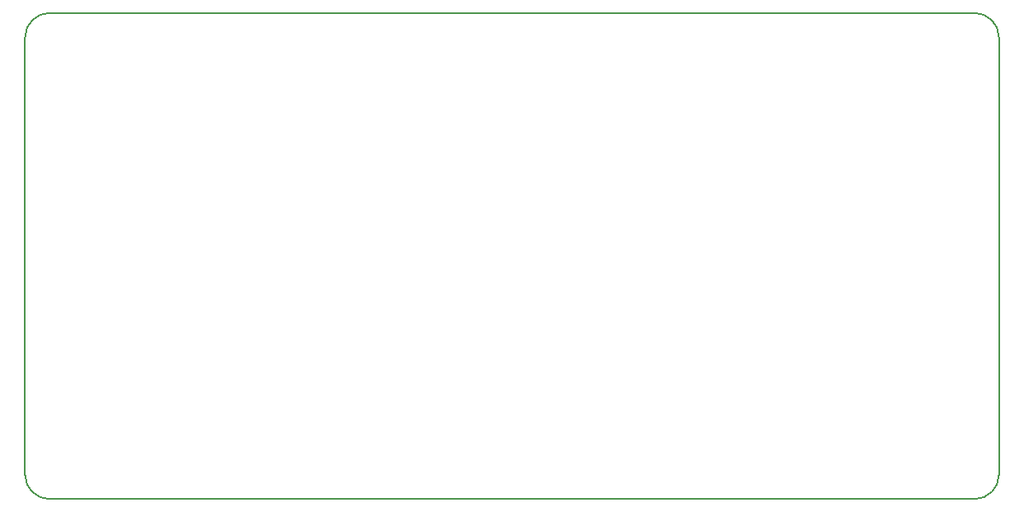
<source format=gm1>
G04 #@! TF.FileFunction,Profile,NP*
%FSLAX46Y46*%
G04 Gerber Fmt 4.6, Leading zero omitted, Abs format (unit mm)*
G04 Created by KiCad (PCBNEW 4.0.7) date Mon Mar 12 16:42:59 2018*
%MOMM*%
%LPD*%
G01*
G04 APERTURE LIST*
%ADD10C,0.100000*%
%ADD11C,0.150000*%
G04 APERTURE END LIST*
D10*
D11*
X-90000Y2830000D02*
X-90000Y47830000D01*
X97410000Y330000D02*
X2410000Y330000D01*
X99910000Y47830000D02*
X99910000Y2830000D01*
X2410000Y50330000D02*
X97410000Y50330000D01*
X-90000Y2830000D02*
G75*
G03X2410000Y330000I2500000J0D01*
G01*
X99910000Y47830000D02*
G75*
G03X97410000Y50330000I-2500000J0D01*
G01*
X97410000Y330000D02*
G75*
G03X99910000Y2830000I0J2500000D01*
G01*
X2410000Y50330000D02*
G75*
G03X-90000Y47830000I0J-2500000D01*
G01*
M02*

</source>
